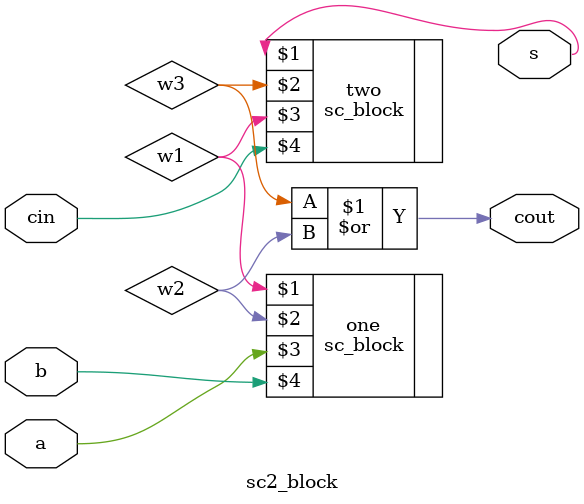
<source format=v>

module sc2_block(s, cout, a, b, cin);
	output s, cout;
	input a, b, cin;
	wire w1, w2, w3;
	sc_block one(w1, w2, a, b);
	sc_block two(s, w3, w1, cin);
	or o1(cout, w3, w2);

endmodule // sc2_block

</source>
